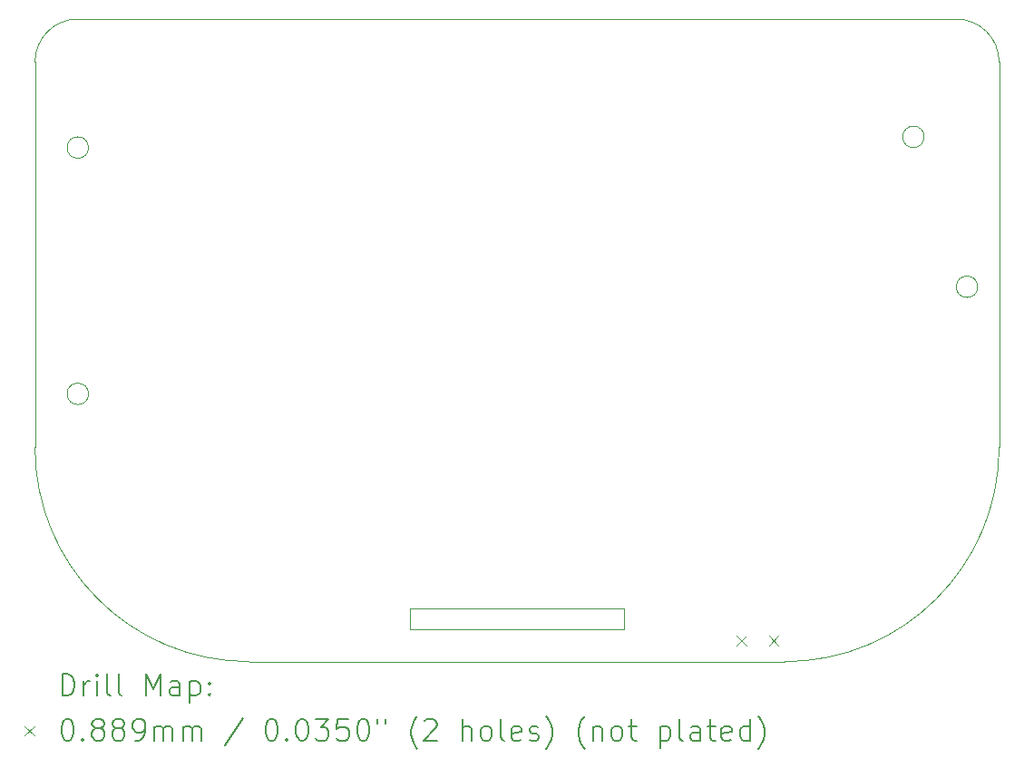
<source format=gbr>
%TF.GenerationSoftware,KiCad,Pcbnew,7.0.9*%
%TF.CreationDate,2024-05-06T23:46:21-05:00*%
%TF.ProjectId,CONTROL WIFI ESP32 S3 V4.0,434f4e54-524f-44c2-9057-494649204553,rev?*%
%TF.SameCoordinates,Original*%
%TF.FileFunction,Drillmap*%
%TF.FilePolarity,Positive*%
%FSLAX45Y45*%
G04 Gerber Fmt 4.5, Leading zero omitted, Abs format (unit mm)*
G04 Created by KiCad (PCBNEW 7.0.9) date 2024-05-06 23:46:21*
%MOMM*%
%LPD*%
G01*
G04 APERTURE LIST*
%ADD10C,0.100000*%
%ADD11C,0.200000*%
G04 APERTURE END LIST*
D10*
X8615000Y-13876500D02*
X8615000Y-13676500D01*
X11915000Y-10676500D02*
G75*
G03*
X11915000Y-10676500I-100000J0D01*
G01*
X6615000Y-13676500D02*
X8615000Y-13676500D01*
X12115000Y-12176500D02*
X12115000Y-8576500D01*
X10115000Y-14176500D02*
G75*
G03*
X12115000Y-12176500I0J2000000D01*
G01*
X3515000Y-8176500D02*
G75*
G03*
X3115000Y-8576500I0J-400000D01*
G01*
X6615000Y-13876500D02*
X8615000Y-13876500D01*
X12115000Y-8576500D02*
G75*
G03*
X11715000Y-8176500I-400000J0D01*
G01*
X3115000Y-12176500D02*
G75*
G03*
X5115000Y-14176500I2000000J0D01*
G01*
X3515000Y-8176500D02*
X11715000Y-8176500D01*
X11415000Y-9276500D02*
G75*
G03*
X11415000Y-9276500I-100000J0D01*
G01*
X6615000Y-13676500D02*
X6615000Y-13876500D01*
X3615000Y-9376500D02*
G75*
G03*
X3615000Y-9376500I-100000J0D01*
G01*
X3615000Y-11676500D02*
G75*
G03*
X3615000Y-11676500I-100000J0D01*
G01*
X3115000Y-8576500D02*
X3115000Y-12176500D01*
X5115000Y-14176500D02*
X10115000Y-14176500D01*
D11*
D10*
X9665550Y-13935890D02*
X9754450Y-14024790D01*
X9754450Y-13935890D02*
X9665550Y-14024790D01*
X9965550Y-13935890D02*
X10054450Y-14024790D01*
X10054450Y-13935890D02*
X9965550Y-14024790D01*
D11*
X3370777Y-14492984D02*
X3370777Y-14292984D01*
X3370777Y-14292984D02*
X3418396Y-14292984D01*
X3418396Y-14292984D02*
X3446967Y-14302508D01*
X3446967Y-14302508D02*
X3466015Y-14321555D01*
X3466015Y-14321555D02*
X3475539Y-14340603D01*
X3475539Y-14340603D02*
X3485062Y-14378698D01*
X3485062Y-14378698D02*
X3485062Y-14407269D01*
X3485062Y-14407269D02*
X3475539Y-14445365D01*
X3475539Y-14445365D02*
X3466015Y-14464412D01*
X3466015Y-14464412D02*
X3446967Y-14483460D01*
X3446967Y-14483460D02*
X3418396Y-14492984D01*
X3418396Y-14492984D02*
X3370777Y-14492984D01*
X3570777Y-14492984D02*
X3570777Y-14359650D01*
X3570777Y-14397746D02*
X3580301Y-14378698D01*
X3580301Y-14378698D02*
X3589824Y-14369174D01*
X3589824Y-14369174D02*
X3608872Y-14359650D01*
X3608872Y-14359650D02*
X3627920Y-14359650D01*
X3694586Y-14492984D02*
X3694586Y-14359650D01*
X3694586Y-14292984D02*
X3685062Y-14302508D01*
X3685062Y-14302508D02*
X3694586Y-14312031D01*
X3694586Y-14312031D02*
X3704110Y-14302508D01*
X3704110Y-14302508D02*
X3694586Y-14292984D01*
X3694586Y-14292984D02*
X3694586Y-14312031D01*
X3818396Y-14492984D02*
X3799348Y-14483460D01*
X3799348Y-14483460D02*
X3789824Y-14464412D01*
X3789824Y-14464412D02*
X3789824Y-14292984D01*
X3923158Y-14492984D02*
X3904110Y-14483460D01*
X3904110Y-14483460D02*
X3894586Y-14464412D01*
X3894586Y-14464412D02*
X3894586Y-14292984D01*
X4151729Y-14492984D02*
X4151729Y-14292984D01*
X4151729Y-14292984D02*
X4218396Y-14435841D01*
X4218396Y-14435841D02*
X4285063Y-14292984D01*
X4285063Y-14292984D02*
X4285063Y-14492984D01*
X4466015Y-14492984D02*
X4466015Y-14388222D01*
X4466015Y-14388222D02*
X4456491Y-14369174D01*
X4456491Y-14369174D02*
X4437444Y-14359650D01*
X4437444Y-14359650D02*
X4399348Y-14359650D01*
X4399348Y-14359650D02*
X4380301Y-14369174D01*
X4466015Y-14483460D02*
X4446967Y-14492984D01*
X4446967Y-14492984D02*
X4399348Y-14492984D01*
X4399348Y-14492984D02*
X4380301Y-14483460D01*
X4380301Y-14483460D02*
X4370777Y-14464412D01*
X4370777Y-14464412D02*
X4370777Y-14445365D01*
X4370777Y-14445365D02*
X4380301Y-14426317D01*
X4380301Y-14426317D02*
X4399348Y-14416793D01*
X4399348Y-14416793D02*
X4446967Y-14416793D01*
X4446967Y-14416793D02*
X4466015Y-14407269D01*
X4561253Y-14359650D02*
X4561253Y-14559650D01*
X4561253Y-14369174D02*
X4580301Y-14359650D01*
X4580301Y-14359650D02*
X4618396Y-14359650D01*
X4618396Y-14359650D02*
X4637444Y-14369174D01*
X4637444Y-14369174D02*
X4646967Y-14378698D01*
X4646967Y-14378698D02*
X4656491Y-14397746D01*
X4656491Y-14397746D02*
X4656491Y-14454888D01*
X4656491Y-14454888D02*
X4646967Y-14473936D01*
X4646967Y-14473936D02*
X4637444Y-14483460D01*
X4637444Y-14483460D02*
X4618396Y-14492984D01*
X4618396Y-14492984D02*
X4580301Y-14492984D01*
X4580301Y-14492984D02*
X4561253Y-14483460D01*
X4742205Y-14473936D02*
X4751729Y-14483460D01*
X4751729Y-14483460D02*
X4742205Y-14492984D01*
X4742205Y-14492984D02*
X4732682Y-14483460D01*
X4732682Y-14483460D02*
X4742205Y-14473936D01*
X4742205Y-14473936D02*
X4742205Y-14492984D01*
X4742205Y-14369174D02*
X4751729Y-14378698D01*
X4751729Y-14378698D02*
X4742205Y-14388222D01*
X4742205Y-14388222D02*
X4732682Y-14378698D01*
X4732682Y-14378698D02*
X4742205Y-14369174D01*
X4742205Y-14369174D02*
X4742205Y-14388222D01*
D10*
X3021100Y-14777050D02*
X3110000Y-14865950D01*
X3110000Y-14777050D02*
X3021100Y-14865950D01*
D11*
X3408872Y-14712984D02*
X3427920Y-14712984D01*
X3427920Y-14712984D02*
X3446967Y-14722508D01*
X3446967Y-14722508D02*
X3456491Y-14732031D01*
X3456491Y-14732031D02*
X3466015Y-14751079D01*
X3466015Y-14751079D02*
X3475539Y-14789174D01*
X3475539Y-14789174D02*
X3475539Y-14836793D01*
X3475539Y-14836793D02*
X3466015Y-14874888D01*
X3466015Y-14874888D02*
X3456491Y-14893936D01*
X3456491Y-14893936D02*
X3446967Y-14903460D01*
X3446967Y-14903460D02*
X3427920Y-14912984D01*
X3427920Y-14912984D02*
X3408872Y-14912984D01*
X3408872Y-14912984D02*
X3389824Y-14903460D01*
X3389824Y-14903460D02*
X3380301Y-14893936D01*
X3380301Y-14893936D02*
X3370777Y-14874888D01*
X3370777Y-14874888D02*
X3361253Y-14836793D01*
X3361253Y-14836793D02*
X3361253Y-14789174D01*
X3361253Y-14789174D02*
X3370777Y-14751079D01*
X3370777Y-14751079D02*
X3380301Y-14732031D01*
X3380301Y-14732031D02*
X3389824Y-14722508D01*
X3389824Y-14722508D02*
X3408872Y-14712984D01*
X3561253Y-14893936D02*
X3570777Y-14903460D01*
X3570777Y-14903460D02*
X3561253Y-14912984D01*
X3561253Y-14912984D02*
X3551729Y-14903460D01*
X3551729Y-14903460D02*
X3561253Y-14893936D01*
X3561253Y-14893936D02*
X3561253Y-14912984D01*
X3685062Y-14798698D02*
X3666015Y-14789174D01*
X3666015Y-14789174D02*
X3656491Y-14779650D01*
X3656491Y-14779650D02*
X3646967Y-14760603D01*
X3646967Y-14760603D02*
X3646967Y-14751079D01*
X3646967Y-14751079D02*
X3656491Y-14732031D01*
X3656491Y-14732031D02*
X3666015Y-14722508D01*
X3666015Y-14722508D02*
X3685062Y-14712984D01*
X3685062Y-14712984D02*
X3723158Y-14712984D01*
X3723158Y-14712984D02*
X3742205Y-14722508D01*
X3742205Y-14722508D02*
X3751729Y-14732031D01*
X3751729Y-14732031D02*
X3761253Y-14751079D01*
X3761253Y-14751079D02*
X3761253Y-14760603D01*
X3761253Y-14760603D02*
X3751729Y-14779650D01*
X3751729Y-14779650D02*
X3742205Y-14789174D01*
X3742205Y-14789174D02*
X3723158Y-14798698D01*
X3723158Y-14798698D02*
X3685062Y-14798698D01*
X3685062Y-14798698D02*
X3666015Y-14808222D01*
X3666015Y-14808222D02*
X3656491Y-14817746D01*
X3656491Y-14817746D02*
X3646967Y-14836793D01*
X3646967Y-14836793D02*
X3646967Y-14874888D01*
X3646967Y-14874888D02*
X3656491Y-14893936D01*
X3656491Y-14893936D02*
X3666015Y-14903460D01*
X3666015Y-14903460D02*
X3685062Y-14912984D01*
X3685062Y-14912984D02*
X3723158Y-14912984D01*
X3723158Y-14912984D02*
X3742205Y-14903460D01*
X3742205Y-14903460D02*
X3751729Y-14893936D01*
X3751729Y-14893936D02*
X3761253Y-14874888D01*
X3761253Y-14874888D02*
X3761253Y-14836793D01*
X3761253Y-14836793D02*
X3751729Y-14817746D01*
X3751729Y-14817746D02*
X3742205Y-14808222D01*
X3742205Y-14808222D02*
X3723158Y-14798698D01*
X3875539Y-14798698D02*
X3856491Y-14789174D01*
X3856491Y-14789174D02*
X3846967Y-14779650D01*
X3846967Y-14779650D02*
X3837443Y-14760603D01*
X3837443Y-14760603D02*
X3837443Y-14751079D01*
X3837443Y-14751079D02*
X3846967Y-14732031D01*
X3846967Y-14732031D02*
X3856491Y-14722508D01*
X3856491Y-14722508D02*
X3875539Y-14712984D01*
X3875539Y-14712984D02*
X3913634Y-14712984D01*
X3913634Y-14712984D02*
X3932682Y-14722508D01*
X3932682Y-14722508D02*
X3942205Y-14732031D01*
X3942205Y-14732031D02*
X3951729Y-14751079D01*
X3951729Y-14751079D02*
X3951729Y-14760603D01*
X3951729Y-14760603D02*
X3942205Y-14779650D01*
X3942205Y-14779650D02*
X3932682Y-14789174D01*
X3932682Y-14789174D02*
X3913634Y-14798698D01*
X3913634Y-14798698D02*
X3875539Y-14798698D01*
X3875539Y-14798698D02*
X3856491Y-14808222D01*
X3856491Y-14808222D02*
X3846967Y-14817746D01*
X3846967Y-14817746D02*
X3837443Y-14836793D01*
X3837443Y-14836793D02*
X3837443Y-14874888D01*
X3837443Y-14874888D02*
X3846967Y-14893936D01*
X3846967Y-14893936D02*
X3856491Y-14903460D01*
X3856491Y-14903460D02*
X3875539Y-14912984D01*
X3875539Y-14912984D02*
X3913634Y-14912984D01*
X3913634Y-14912984D02*
X3932682Y-14903460D01*
X3932682Y-14903460D02*
X3942205Y-14893936D01*
X3942205Y-14893936D02*
X3951729Y-14874888D01*
X3951729Y-14874888D02*
X3951729Y-14836793D01*
X3951729Y-14836793D02*
X3942205Y-14817746D01*
X3942205Y-14817746D02*
X3932682Y-14808222D01*
X3932682Y-14808222D02*
X3913634Y-14798698D01*
X4046967Y-14912984D02*
X4085062Y-14912984D01*
X4085062Y-14912984D02*
X4104110Y-14903460D01*
X4104110Y-14903460D02*
X4113634Y-14893936D01*
X4113634Y-14893936D02*
X4132682Y-14865365D01*
X4132682Y-14865365D02*
X4142205Y-14827269D01*
X4142205Y-14827269D02*
X4142205Y-14751079D01*
X4142205Y-14751079D02*
X4132682Y-14732031D01*
X4132682Y-14732031D02*
X4123158Y-14722508D01*
X4123158Y-14722508D02*
X4104110Y-14712984D01*
X4104110Y-14712984D02*
X4066015Y-14712984D01*
X4066015Y-14712984D02*
X4046967Y-14722508D01*
X4046967Y-14722508D02*
X4037443Y-14732031D01*
X4037443Y-14732031D02*
X4027920Y-14751079D01*
X4027920Y-14751079D02*
X4027920Y-14798698D01*
X4027920Y-14798698D02*
X4037443Y-14817746D01*
X4037443Y-14817746D02*
X4046967Y-14827269D01*
X4046967Y-14827269D02*
X4066015Y-14836793D01*
X4066015Y-14836793D02*
X4104110Y-14836793D01*
X4104110Y-14836793D02*
X4123158Y-14827269D01*
X4123158Y-14827269D02*
X4132682Y-14817746D01*
X4132682Y-14817746D02*
X4142205Y-14798698D01*
X4227920Y-14912984D02*
X4227920Y-14779650D01*
X4227920Y-14798698D02*
X4237444Y-14789174D01*
X4237444Y-14789174D02*
X4256491Y-14779650D01*
X4256491Y-14779650D02*
X4285063Y-14779650D01*
X4285063Y-14779650D02*
X4304110Y-14789174D01*
X4304110Y-14789174D02*
X4313634Y-14808222D01*
X4313634Y-14808222D02*
X4313634Y-14912984D01*
X4313634Y-14808222D02*
X4323158Y-14789174D01*
X4323158Y-14789174D02*
X4342205Y-14779650D01*
X4342205Y-14779650D02*
X4370777Y-14779650D01*
X4370777Y-14779650D02*
X4389825Y-14789174D01*
X4389825Y-14789174D02*
X4399348Y-14808222D01*
X4399348Y-14808222D02*
X4399348Y-14912984D01*
X4494586Y-14912984D02*
X4494586Y-14779650D01*
X4494586Y-14798698D02*
X4504110Y-14789174D01*
X4504110Y-14789174D02*
X4523158Y-14779650D01*
X4523158Y-14779650D02*
X4551729Y-14779650D01*
X4551729Y-14779650D02*
X4570777Y-14789174D01*
X4570777Y-14789174D02*
X4580301Y-14808222D01*
X4580301Y-14808222D02*
X4580301Y-14912984D01*
X4580301Y-14808222D02*
X4589825Y-14789174D01*
X4589825Y-14789174D02*
X4608872Y-14779650D01*
X4608872Y-14779650D02*
X4637444Y-14779650D01*
X4637444Y-14779650D02*
X4656491Y-14789174D01*
X4656491Y-14789174D02*
X4666015Y-14808222D01*
X4666015Y-14808222D02*
X4666015Y-14912984D01*
X5056491Y-14703460D02*
X4885063Y-14960603D01*
X5313634Y-14712984D02*
X5332682Y-14712984D01*
X5332682Y-14712984D02*
X5351729Y-14722508D01*
X5351729Y-14722508D02*
X5361253Y-14732031D01*
X5361253Y-14732031D02*
X5370777Y-14751079D01*
X5370777Y-14751079D02*
X5380301Y-14789174D01*
X5380301Y-14789174D02*
X5380301Y-14836793D01*
X5380301Y-14836793D02*
X5370777Y-14874888D01*
X5370777Y-14874888D02*
X5361253Y-14893936D01*
X5361253Y-14893936D02*
X5351729Y-14903460D01*
X5351729Y-14903460D02*
X5332682Y-14912984D01*
X5332682Y-14912984D02*
X5313634Y-14912984D01*
X5313634Y-14912984D02*
X5294587Y-14903460D01*
X5294587Y-14903460D02*
X5285063Y-14893936D01*
X5285063Y-14893936D02*
X5275539Y-14874888D01*
X5275539Y-14874888D02*
X5266015Y-14836793D01*
X5266015Y-14836793D02*
X5266015Y-14789174D01*
X5266015Y-14789174D02*
X5275539Y-14751079D01*
X5275539Y-14751079D02*
X5285063Y-14732031D01*
X5285063Y-14732031D02*
X5294587Y-14722508D01*
X5294587Y-14722508D02*
X5313634Y-14712984D01*
X5466015Y-14893936D02*
X5475539Y-14903460D01*
X5475539Y-14903460D02*
X5466015Y-14912984D01*
X5466015Y-14912984D02*
X5456491Y-14903460D01*
X5456491Y-14903460D02*
X5466015Y-14893936D01*
X5466015Y-14893936D02*
X5466015Y-14912984D01*
X5599348Y-14712984D02*
X5618396Y-14712984D01*
X5618396Y-14712984D02*
X5637444Y-14722508D01*
X5637444Y-14722508D02*
X5646967Y-14732031D01*
X5646967Y-14732031D02*
X5656491Y-14751079D01*
X5656491Y-14751079D02*
X5666015Y-14789174D01*
X5666015Y-14789174D02*
X5666015Y-14836793D01*
X5666015Y-14836793D02*
X5656491Y-14874888D01*
X5656491Y-14874888D02*
X5646967Y-14893936D01*
X5646967Y-14893936D02*
X5637444Y-14903460D01*
X5637444Y-14903460D02*
X5618396Y-14912984D01*
X5618396Y-14912984D02*
X5599348Y-14912984D01*
X5599348Y-14912984D02*
X5580301Y-14903460D01*
X5580301Y-14903460D02*
X5570777Y-14893936D01*
X5570777Y-14893936D02*
X5561253Y-14874888D01*
X5561253Y-14874888D02*
X5551729Y-14836793D01*
X5551729Y-14836793D02*
X5551729Y-14789174D01*
X5551729Y-14789174D02*
X5561253Y-14751079D01*
X5561253Y-14751079D02*
X5570777Y-14732031D01*
X5570777Y-14732031D02*
X5580301Y-14722508D01*
X5580301Y-14722508D02*
X5599348Y-14712984D01*
X5732682Y-14712984D02*
X5856491Y-14712984D01*
X5856491Y-14712984D02*
X5789825Y-14789174D01*
X5789825Y-14789174D02*
X5818396Y-14789174D01*
X5818396Y-14789174D02*
X5837444Y-14798698D01*
X5837444Y-14798698D02*
X5846967Y-14808222D01*
X5846967Y-14808222D02*
X5856491Y-14827269D01*
X5856491Y-14827269D02*
X5856491Y-14874888D01*
X5856491Y-14874888D02*
X5846967Y-14893936D01*
X5846967Y-14893936D02*
X5837444Y-14903460D01*
X5837444Y-14903460D02*
X5818396Y-14912984D01*
X5818396Y-14912984D02*
X5761253Y-14912984D01*
X5761253Y-14912984D02*
X5742206Y-14903460D01*
X5742206Y-14903460D02*
X5732682Y-14893936D01*
X6037444Y-14712984D02*
X5942206Y-14712984D01*
X5942206Y-14712984D02*
X5932682Y-14808222D01*
X5932682Y-14808222D02*
X5942206Y-14798698D01*
X5942206Y-14798698D02*
X5961253Y-14789174D01*
X5961253Y-14789174D02*
X6008872Y-14789174D01*
X6008872Y-14789174D02*
X6027920Y-14798698D01*
X6027920Y-14798698D02*
X6037444Y-14808222D01*
X6037444Y-14808222D02*
X6046967Y-14827269D01*
X6046967Y-14827269D02*
X6046967Y-14874888D01*
X6046967Y-14874888D02*
X6037444Y-14893936D01*
X6037444Y-14893936D02*
X6027920Y-14903460D01*
X6027920Y-14903460D02*
X6008872Y-14912984D01*
X6008872Y-14912984D02*
X5961253Y-14912984D01*
X5961253Y-14912984D02*
X5942206Y-14903460D01*
X5942206Y-14903460D02*
X5932682Y-14893936D01*
X6170777Y-14712984D02*
X6189825Y-14712984D01*
X6189825Y-14712984D02*
X6208872Y-14722508D01*
X6208872Y-14722508D02*
X6218396Y-14732031D01*
X6218396Y-14732031D02*
X6227920Y-14751079D01*
X6227920Y-14751079D02*
X6237444Y-14789174D01*
X6237444Y-14789174D02*
X6237444Y-14836793D01*
X6237444Y-14836793D02*
X6227920Y-14874888D01*
X6227920Y-14874888D02*
X6218396Y-14893936D01*
X6218396Y-14893936D02*
X6208872Y-14903460D01*
X6208872Y-14903460D02*
X6189825Y-14912984D01*
X6189825Y-14912984D02*
X6170777Y-14912984D01*
X6170777Y-14912984D02*
X6151729Y-14903460D01*
X6151729Y-14903460D02*
X6142206Y-14893936D01*
X6142206Y-14893936D02*
X6132682Y-14874888D01*
X6132682Y-14874888D02*
X6123158Y-14836793D01*
X6123158Y-14836793D02*
X6123158Y-14789174D01*
X6123158Y-14789174D02*
X6132682Y-14751079D01*
X6132682Y-14751079D02*
X6142206Y-14732031D01*
X6142206Y-14732031D02*
X6151729Y-14722508D01*
X6151729Y-14722508D02*
X6170777Y-14712984D01*
X6313634Y-14712984D02*
X6313634Y-14751079D01*
X6389825Y-14712984D02*
X6389825Y-14751079D01*
X6685063Y-14989174D02*
X6675539Y-14979650D01*
X6675539Y-14979650D02*
X6656491Y-14951079D01*
X6656491Y-14951079D02*
X6646968Y-14932031D01*
X6646968Y-14932031D02*
X6637444Y-14903460D01*
X6637444Y-14903460D02*
X6627920Y-14855841D01*
X6627920Y-14855841D02*
X6627920Y-14817746D01*
X6627920Y-14817746D02*
X6637444Y-14770127D01*
X6637444Y-14770127D02*
X6646968Y-14741555D01*
X6646968Y-14741555D02*
X6656491Y-14722508D01*
X6656491Y-14722508D02*
X6675539Y-14693936D01*
X6675539Y-14693936D02*
X6685063Y-14684412D01*
X6751729Y-14732031D02*
X6761253Y-14722508D01*
X6761253Y-14722508D02*
X6780301Y-14712984D01*
X6780301Y-14712984D02*
X6827920Y-14712984D01*
X6827920Y-14712984D02*
X6846968Y-14722508D01*
X6846968Y-14722508D02*
X6856491Y-14732031D01*
X6856491Y-14732031D02*
X6866015Y-14751079D01*
X6866015Y-14751079D02*
X6866015Y-14770127D01*
X6866015Y-14770127D02*
X6856491Y-14798698D01*
X6856491Y-14798698D02*
X6742206Y-14912984D01*
X6742206Y-14912984D02*
X6866015Y-14912984D01*
X7104110Y-14912984D02*
X7104110Y-14712984D01*
X7189825Y-14912984D02*
X7189825Y-14808222D01*
X7189825Y-14808222D02*
X7180301Y-14789174D01*
X7180301Y-14789174D02*
X7161253Y-14779650D01*
X7161253Y-14779650D02*
X7132682Y-14779650D01*
X7132682Y-14779650D02*
X7113634Y-14789174D01*
X7113634Y-14789174D02*
X7104110Y-14798698D01*
X7313634Y-14912984D02*
X7294587Y-14903460D01*
X7294587Y-14903460D02*
X7285063Y-14893936D01*
X7285063Y-14893936D02*
X7275539Y-14874888D01*
X7275539Y-14874888D02*
X7275539Y-14817746D01*
X7275539Y-14817746D02*
X7285063Y-14798698D01*
X7285063Y-14798698D02*
X7294587Y-14789174D01*
X7294587Y-14789174D02*
X7313634Y-14779650D01*
X7313634Y-14779650D02*
X7342206Y-14779650D01*
X7342206Y-14779650D02*
X7361253Y-14789174D01*
X7361253Y-14789174D02*
X7370777Y-14798698D01*
X7370777Y-14798698D02*
X7380301Y-14817746D01*
X7380301Y-14817746D02*
X7380301Y-14874888D01*
X7380301Y-14874888D02*
X7370777Y-14893936D01*
X7370777Y-14893936D02*
X7361253Y-14903460D01*
X7361253Y-14903460D02*
X7342206Y-14912984D01*
X7342206Y-14912984D02*
X7313634Y-14912984D01*
X7494587Y-14912984D02*
X7475539Y-14903460D01*
X7475539Y-14903460D02*
X7466015Y-14884412D01*
X7466015Y-14884412D02*
X7466015Y-14712984D01*
X7646968Y-14903460D02*
X7627920Y-14912984D01*
X7627920Y-14912984D02*
X7589825Y-14912984D01*
X7589825Y-14912984D02*
X7570777Y-14903460D01*
X7570777Y-14903460D02*
X7561253Y-14884412D01*
X7561253Y-14884412D02*
X7561253Y-14808222D01*
X7561253Y-14808222D02*
X7570777Y-14789174D01*
X7570777Y-14789174D02*
X7589825Y-14779650D01*
X7589825Y-14779650D02*
X7627920Y-14779650D01*
X7627920Y-14779650D02*
X7646968Y-14789174D01*
X7646968Y-14789174D02*
X7656491Y-14808222D01*
X7656491Y-14808222D02*
X7656491Y-14827269D01*
X7656491Y-14827269D02*
X7561253Y-14846317D01*
X7732682Y-14903460D02*
X7751730Y-14912984D01*
X7751730Y-14912984D02*
X7789825Y-14912984D01*
X7789825Y-14912984D02*
X7808872Y-14903460D01*
X7808872Y-14903460D02*
X7818396Y-14884412D01*
X7818396Y-14884412D02*
X7818396Y-14874888D01*
X7818396Y-14874888D02*
X7808872Y-14855841D01*
X7808872Y-14855841D02*
X7789825Y-14846317D01*
X7789825Y-14846317D02*
X7761253Y-14846317D01*
X7761253Y-14846317D02*
X7742206Y-14836793D01*
X7742206Y-14836793D02*
X7732682Y-14817746D01*
X7732682Y-14817746D02*
X7732682Y-14808222D01*
X7732682Y-14808222D02*
X7742206Y-14789174D01*
X7742206Y-14789174D02*
X7761253Y-14779650D01*
X7761253Y-14779650D02*
X7789825Y-14779650D01*
X7789825Y-14779650D02*
X7808872Y-14789174D01*
X7885063Y-14989174D02*
X7894587Y-14979650D01*
X7894587Y-14979650D02*
X7913634Y-14951079D01*
X7913634Y-14951079D02*
X7923158Y-14932031D01*
X7923158Y-14932031D02*
X7932682Y-14903460D01*
X7932682Y-14903460D02*
X7942206Y-14855841D01*
X7942206Y-14855841D02*
X7942206Y-14817746D01*
X7942206Y-14817746D02*
X7932682Y-14770127D01*
X7932682Y-14770127D02*
X7923158Y-14741555D01*
X7923158Y-14741555D02*
X7913634Y-14722508D01*
X7913634Y-14722508D02*
X7894587Y-14693936D01*
X7894587Y-14693936D02*
X7885063Y-14684412D01*
X8246968Y-14989174D02*
X8237444Y-14979650D01*
X8237444Y-14979650D02*
X8218396Y-14951079D01*
X8218396Y-14951079D02*
X8208872Y-14932031D01*
X8208872Y-14932031D02*
X8199349Y-14903460D01*
X8199349Y-14903460D02*
X8189825Y-14855841D01*
X8189825Y-14855841D02*
X8189825Y-14817746D01*
X8189825Y-14817746D02*
X8199349Y-14770127D01*
X8199349Y-14770127D02*
X8208872Y-14741555D01*
X8208872Y-14741555D02*
X8218396Y-14722508D01*
X8218396Y-14722508D02*
X8237444Y-14693936D01*
X8237444Y-14693936D02*
X8246968Y-14684412D01*
X8323158Y-14779650D02*
X8323158Y-14912984D01*
X8323158Y-14798698D02*
X8332682Y-14789174D01*
X8332682Y-14789174D02*
X8351730Y-14779650D01*
X8351730Y-14779650D02*
X8380301Y-14779650D01*
X8380301Y-14779650D02*
X8399349Y-14789174D01*
X8399349Y-14789174D02*
X8408873Y-14808222D01*
X8408873Y-14808222D02*
X8408873Y-14912984D01*
X8532682Y-14912984D02*
X8513634Y-14903460D01*
X8513634Y-14903460D02*
X8504111Y-14893936D01*
X8504111Y-14893936D02*
X8494587Y-14874888D01*
X8494587Y-14874888D02*
X8494587Y-14817746D01*
X8494587Y-14817746D02*
X8504111Y-14798698D01*
X8504111Y-14798698D02*
X8513634Y-14789174D01*
X8513634Y-14789174D02*
X8532682Y-14779650D01*
X8532682Y-14779650D02*
X8561254Y-14779650D01*
X8561254Y-14779650D02*
X8580301Y-14789174D01*
X8580301Y-14789174D02*
X8589825Y-14798698D01*
X8589825Y-14798698D02*
X8599349Y-14817746D01*
X8599349Y-14817746D02*
X8599349Y-14874888D01*
X8599349Y-14874888D02*
X8589825Y-14893936D01*
X8589825Y-14893936D02*
X8580301Y-14903460D01*
X8580301Y-14903460D02*
X8561254Y-14912984D01*
X8561254Y-14912984D02*
X8532682Y-14912984D01*
X8656492Y-14779650D02*
X8732682Y-14779650D01*
X8685063Y-14712984D02*
X8685063Y-14884412D01*
X8685063Y-14884412D02*
X8694587Y-14903460D01*
X8694587Y-14903460D02*
X8713634Y-14912984D01*
X8713634Y-14912984D02*
X8732682Y-14912984D01*
X8951730Y-14779650D02*
X8951730Y-14979650D01*
X8951730Y-14789174D02*
X8970777Y-14779650D01*
X8970777Y-14779650D02*
X9008873Y-14779650D01*
X9008873Y-14779650D02*
X9027920Y-14789174D01*
X9027920Y-14789174D02*
X9037444Y-14798698D01*
X9037444Y-14798698D02*
X9046968Y-14817746D01*
X9046968Y-14817746D02*
X9046968Y-14874888D01*
X9046968Y-14874888D02*
X9037444Y-14893936D01*
X9037444Y-14893936D02*
X9027920Y-14903460D01*
X9027920Y-14903460D02*
X9008873Y-14912984D01*
X9008873Y-14912984D02*
X8970777Y-14912984D01*
X8970777Y-14912984D02*
X8951730Y-14903460D01*
X9161254Y-14912984D02*
X9142206Y-14903460D01*
X9142206Y-14903460D02*
X9132682Y-14884412D01*
X9132682Y-14884412D02*
X9132682Y-14712984D01*
X9323158Y-14912984D02*
X9323158Y-14808222D01*
X9323158Y-14808222D02*
X9313635Y-14789174D01*
X9313635Y-14789174D02*
X9294587Y-14779650D01*
X9294587Y-14779650D02*
X9256492Y-14779650D01*
X9256492Y-14779650D02*
X9237444Y-14789174D01*
X9323158Y-14903460D02*
X9304111Y-14912984D01*
X9304111Y-14912984D02*
X9256492Y-14912984D01*
X9256492Y-14912984D02*
X9237444Y-14903460D01*
X9237444Y-14903460D02*
X9227920Y-14884412D01*
X9227920Y-14884412D02*
X9227920Y-14865365D01*
X9227920Y-14865365D02*
X9237444Y-14846317D01*
X9237444Y-14846317D02*
X9256492Y-14836793D01*
X9256492Y-14836793D02*
X9304111Y-14836793D01*
X9304111Y-14836793D02*
X9323158Y-14827269D01*
X9389825Y-14779650D02*
X9466015Y-14779650D01*
X9418396Y-14712984D02*
X9418396Y-14884412D01*
X9418396Y-14884412D02*
X9427920Y-14903460D01*
X9427920Y-14903460D02*
X9446968Y-14912984D01*
X9446968Y-14912984D02*
X9466015Y-14912984D01*
X9608873Y-14903460D02*
X9589825Y-14912984D01*
X9589825Y-14912984D02*
X9551730Y-14912984D01*
X9551730Y-14912984D02*
X9532682Y-14903460D01*
X9532682Y-14903460D02*
X9523158Y-14884412D01*
X9523158Y-14884412D02*
X9523158Y-14808222D01*
X9523158Y-14808222D02*
X9532682Y-14789174D01*
X9532682Y-14789174D02*
X9551730Y-14779650D01*
X9551730Y-14779650D02*
X9589825Y-14779650D01*
X9589825Y-14779650D02*
X9608873Y-14789174D01*
X9608873Y-14789174D02*
X9618396Y-14808222D01*
X9618396Y-14808222D02*
X9618396Y-14827269D01*
X9618396Y-14827269D02*
X9523158Y-14846317D01*
X9789825Y-14912984D02*
X9789825Y-14712984D01*
X9789825Y-14903460D02*
X9770777Y-14912984D01*
X9770777Y-14912984D02*
X9732682Y-14912984D01*
X9732682Y-14912984D02*
X9713635Y-14903460D01*
X9713635Y-14903460D02*
X9704111Y-14893936D01*
X9704111Y-14893936D02*
X9694587Y-14874888D01*
X9694587Y-14874888D02*
X9694587Y-14817746D01*
X9694587Y-14817746D02*
X9704111Y-14798698D01*
X9704111Y-14798698D02*
X9713635Y-14789174D01*
X9713635Y-14789174D02*
X9732682Y-14779650D01*
X9732682Y-14779650D02*
X9770777Y-14779650D01*
X9770777Y-14779650D02*
X9789825Y-14789174D01*
X9866016Y-14989174D02*
X9875539Y-14979650D01*
X9875539Y-14979650D02*
X9894587Y-14951079D01*
X9894587Y-14951079D02*
X9904111Y-14932031D01*
X9904111Y-14932031D02*
X9913635Y-14903460D01*
X9913635Y-14903460D02*
X9923158Y-14855841D01*
X9923158Y-14855841D02*
X9923158Y-14817746D01*
X9923158Y-14817746D02*
X9913635Y-14770127D01*
X9913635Y-14770127D02*
X9904111Y-14741555D01*
X9904111Y-14741555D02*
X9894587Y-14722508D01*
X9894587Y-14722508D02*
X9875539Y-14693936D01*
X9875539Y-14693936D02*
X9866016Y-14684412D01*
M02*

</source>
